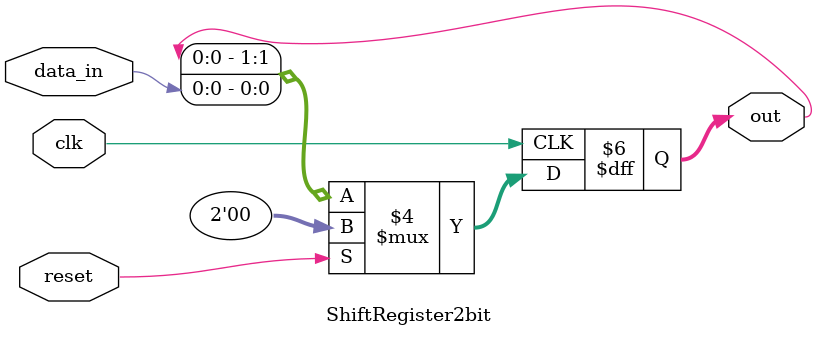
<source format=v>
module ShiftRegister2bit (
    input clk,
    input reset,
    input data_in,            // 1-bit input
    output reg [1:0] out      // 2-bit output
);

initial begin
    out <= 2'b00;
end

always @(posedge clk) begin
    if (reset)
        out <= 2'b00;
    else
        out <= {out[0], data_in};  // Shift left: MSB ← out[0], LSB ← new bit
end

endmodule

</source>
